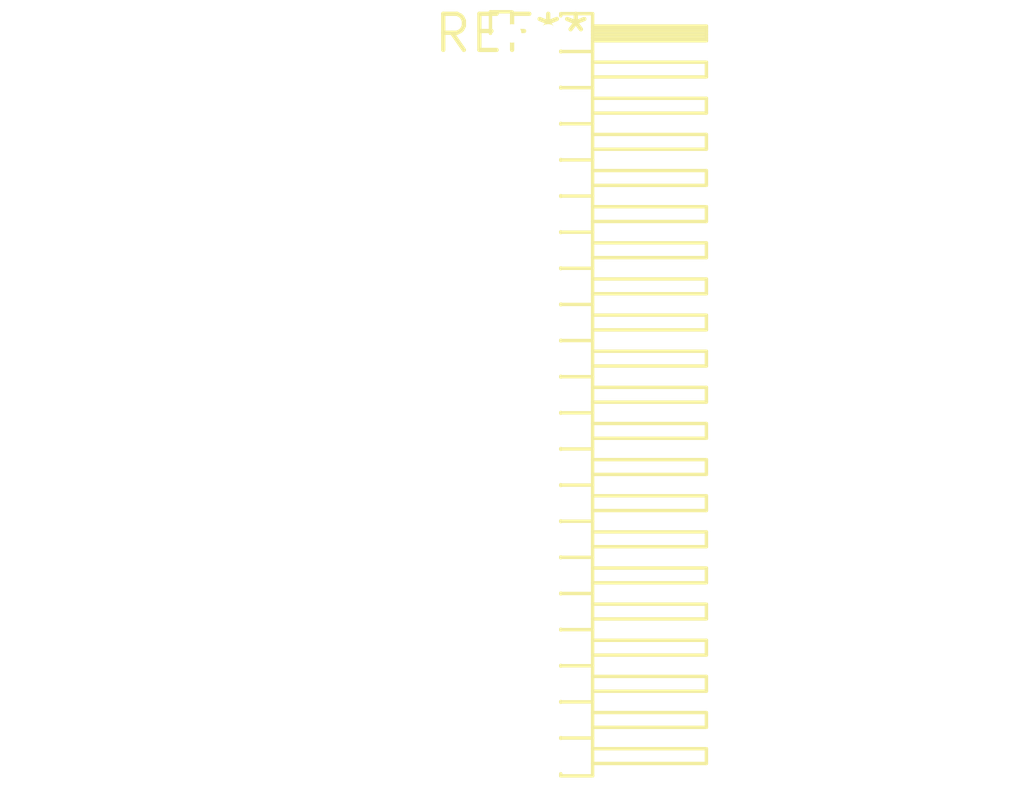
<source format=kicad_pcb>
(kicad_pcb (version 20240108) (generator pcbnew)
  (layers (0 "F.Cu" signal) (31 "B.Cu" signal) (34 "B.Paste" user) (35 "F.Paste" user) (36 "B.SilkS" user "B.Silkscreen") (37 "F.SilkS" user "F.Silkscreen") (38 "B.Mask" user) (39 "F.Mask" user) (44 "Edge.Cuts" user))
  (net 0 "")
  (footprint "PinHeader_2x21_P1.27mm_Horizontal" (layer "F.Cu") (at 0 0)
    (property "Reference" "REF**")
    (property "Value" "PinHeader_2x21_P1.27mm_Horizontal")
    (fp_line (start -0.76 -0.76) (end 0 -0.76) (layer "F.SilkS") (stroke (width 0.12)))
    (fp_line (start -0.76 0) (end -0.76 -0.76) (layer "F.SilkS") (stroke (width 0.12)))
    (fp_line (start 1.71 -0.695) (end 2.83 -0.695) (layer "F.SilkS") (stroke (width 0.12)))
    (fp_line (start 1.71 -0.619677) (end 1.71 -0.695) (layer "F.SilkS") (stroke (width 0.12)))
    (fp_line (start 1.71 0.619677) (end 1.71 0.650323) (layer "F.SilkS") (stroke (width 0.12)))
    (fp_line (start 1.71 0.635) (end 2.83 0.635) (layer "F.SilkS") (stroke (width 0.12)))
    (fp_line (start 1.71 1.889677) (end 1.71 1.920323) (layer "F.SilkS") (stroke (width 0.12)))
    (fp_line (start 1.71 1.905) (end 2.83 1.905) (layer "F.SilkS") (stroke (width 0.12)))
    (fp_line (start 1.71 3.159677) (end 1.71 3.190323) (layer "F.SilkS") (stroke (width 0.12)))
    (fp_line (start 1.71 3.175) (end 2.83 3.175) (layer "F.SilkS") (stroke (width 0.12)))
    (fp_line (start 1.71 4.429677) (end 1.71 4.460323) (layer "F.SilkS") (stroke (width 0.12)))
    (fp_line (start 1.71 4.445) (end 2.83 4.445) (layer "F.SilkS") (stroke (width 0.12)))
    (fp_line (start 1.71 5.699677) (end 1.71 5.730323) (layer "F.SilkS") (stroke (width 0.12)))
    (fp_line (start 1.71 5.715) (end 2.83 5.715) (layer "F.SilkS") (stroke (width 0.12)))
    (fp_line (start 1.71 6.969677) (end 1.71 7.000323) (layer "F.SilkS") (stroke (width 0.12)))
    (fp_line (start 1.71 6.985) (end 2.83 6.985) (layer "F.SilkS") (stroke (width 0.12)))
    (fp_line (start 1.71 8.239677) (end 1.71 8.270323) (layer "F.SilkS") (stroke (width 0.12)))
    (fp_line (start 1.71 8.255) (end 2.83 8.255) (layer "F.SilkS") (stroke (width 0.12)))
    (fp_line (start 1.71 9.509677) (end 1.71 9.540323) (layer "F.SilkS") (stroke (width 0.12)))
    (fp_line (start 1.71 9.525) (end 2.83 9.525) (layer "F.SilkS") (stroke (width 0.12)))
    (fp_line (start 1.71 10.779677) (end 1.71 10.810323) (layer "F.SilkS") (stroke (width 0.12)))
    (fp_line (start 1.71 10.795) (end 2.83 10.795) (layer "F.SilkS") (stroke (width 0.12)))
    (fp_line (start 1.71 12.049677) (end 1.71 12.080323) (layer "F.SilkS") (stroke (width 0.12)))
    (fp_line (start 1.71 12.065) (end 2.83 12.065) (layer "F.SilkS") (stroke (width 0.12)))
    (fp_line (start 1.71 13.319677) (end 1.71 13.350323) (layer "F.SilkS") (stroke (width 0.12)))
    (fp_line (start 1.71 13.335) (end 2.83 13.335) (layer "F.SilkS") (stroke (width 0.12)))
    (fp_line (start 1.71 14.589677) (end 1.71 14.620323) (layer "F.SilkS") (stroke (width 0.12)))
    (fp_line (start 1.71 14.605) (end 2.83 14.605) (layer "F.SilkS") (stroke (width 0.12)))
    (fp_line (start 1.71 15.859677) (end 1.71 15.890323) (layer "F.SilkS") (stroke (width 0.12)))
    (fp_line (start 1.71 15.875) (end 2.83 15.875) (layer "F.SilkS") (stroke (width 0.12)))
    (fp_line (start 1.71 17.129677) (end 1.71 17.160323) (layer "F.SilkS") (stroke (width 0.12)))
    (fp_line (start 1.71 17.145) (end 2.83 17.145) (layer "F.SilkS") (stroke (width 0.12)))
    (fp_line (start 1.71 18.399677) (end 1.71 18.430323) (layer "F.SilkS") (stroke (width 0.12)))
    (fp_line (start 1.71 18.415) (end 2.83 18.415) (layer "F.SilkS") (stroke (width 0.12)))
    (fp_line (start 1.71 19.669677) (end 1.71 19.700323) (layer "F.SilkS") (stroke (width 0.12)))
    (fp_line (start 1.71 19.685) (end 2.83 19.685) (layer "F.SilkS") (stroke (width 0.12)))
    (fp_line (start 1.71 20.939677) (end 1.71 20.970323) (layer "F.SilkS") (stroke (width 0.12)))
    (fp_line (start 1.71 20.955) (end 2.83 20.955) (layer "F.SilkS") (stroke (width 0.12)))
    (fp_line (start 1.71 22.209677) (end 1.71 22.240323) (layer "F.SilkS") (stroke (width 0.12)))
    (fp_line (start 1.71 22.225) (end 2.83 22.225) (layer "F.SilkS") (stroke (width 0.12)))
    (fp_line (start 1.71 23.479677) (end 1.71 23.510323) (layer "F.SilkS") (stroke (width 0.12)))
    (fp_line (start 1.71 23.495) (end 2.83 23.495) (layer "F.SilkS") (stroke (width 0.12)))
    (fp_line (start 1.71 24.749677) (end 1.71 24.780323) (layer "F.SilkS") (stroke (width 0.12)))
    (fp_line (start 1.71 24.765) (end 2.83 24.765) (layer "F.SilkS") (stroke (width 0.12)))
    (fp_line (start 1.71 26.095) (end 1.71 26.019677) (layer "F.SilkS") (stroke (width 0.12)))
    (fp_line (start 2.83 -0.695) (end 2.83 26.095) (layer "F.SilkS") (stroke (width 0.12)))
    (fp_line (start 2.83 -0.26) (end 6.83 -0.26) (layer "F.SilkS") (stroke (width 0.12)))
    (fp_line (start 2.83 -0.2) (end 6.83 -0.2) (layer "F.SilkS") (stroke (width 0.12)))
    (fp_line (start 2.83 -0.08) (end 6.83 -0.08) (layer "F.SilkS") (stroke (width 0.12)))
    (fp_line (start 2.83 0.04) (end 6.83 0.04) (layer "F.SilkS") (stroke (width 0.12)))
    (fp_line (start 2.83 0.16) (end 6.83 0.16) (layer "F.SilkS") (stroke (width 0.12)))
    (fp_line (start 2.83 1.01) (end 6.83 1.01) (layer "F.SilkS") (stroke (width 0.12)))
    (fp_line (start 2.83 2.28) (end 6.83 2.28) (layer "F.SilkS") (stroke (width 0.12)))
    (fp_line (start 2.83 3.55) (end 6.83 3.55) (layer "F.SilkS") (stroke (width 0.12)))
    (fp_line (start 2.83 4.82) (end 6.83 4.82) (layer "F.SilkS") (stroke (width 0.12)))
    (fp_line (start 2.83 6.09) (end 6.83 6.09) (layer "F.SilkS") (stroke (width 0.12)))
    (fp_line (start 2.83 7.36) (end 6.83 7.36) (layer "F.SilkS") (stroke (width 0.12)))
    (fp_line (start 2.83 8.63) (end 6.83 8.63) (layer "F.SilkS") (stroke (width 0.12)))
    (fp_line (start 2.83 9.9) (end 6.83 9.9) (layer "F.SilkS") (stroke (width 0.12)))
    (fp_line (start 2.83 11.17) (end 6.83 11.17) (layer "F.SilkS") (stroke (width 0.12)))
    (fp_line (start 2.83 12.44) (end 6.83 12.44) (layer "F.SilkS") (stroke (width 0.12)))
    (fp_line (start 2.83 13.71) (end 6.83 13.71) (layer "F.SilkS") (stroke (width 0.12)))
    (fp_line (start 2.83 14.98) (end 6.83 14.98) (layer "F.SilkS") (stroke (width 0.12)))
    (fp_line (start 2.83 16.25) (end 6.83 16.25) (layer "F.SilkS") (stroke (width 0.12)))
    (fp_line (start 2.83 17.52) (end 6.83 17.52) (layer "F.SilkS") (stroke (width 0.12)))
    (fp_line (start 2.83 18.79) (end 6.83 18.79) (layer "F.SilkS") (stroke (width 0.12)))
    (fp_line (start 2.83 20.06) (end 6.83 20.06) (layer "F.SilkS") (stroke (width 0.12)))
    (fp_line (start 2.83 21.33) (end 6.83 21.33) (layer "F.SilkS") (stroke (width 0.12)))
    (fp_line (start 2.83 22.6) (end 6.83 22.6) (layer "F.SilkS") (stroke (width 0.12)))
    (fp_line (start 2.83 23.87) (end 6.83 23.87) (layer "F.SilkS") (stroke (width 0.12)))
    (fp_line (start 2.83 25.14) (end 6.83 25.14) (layer "F.SilkS") (stroke (width 0.12)))
    (fp_line (start 2.83 26.095) (end 1.71 26.095) (layer "F.SilkS") (stroke (width 0.12)))
    (fp_line (start 6.83 -0.26) (end 6.83 0.26) (layer "F.SilkS") (stroke (width 0.12)))
    (fp_line (start 6.83 0.26) (end 2.83 0.26) (layer "F.SilkS") (stroke (width 0.12)))
    (fp_line (start 6.83 1.01) (end 6.83 1.53) (layer "F.SilkS") (stroke (width 0.12)))
    (fp_line (start 6.83 1.53) (end 2.83 1.53) (layer "F.SilkS") (stroke (width 0.12)))
    (fp_line (start 6.83 2.28) (end 6.83 2.8) (layer "F.SilkS") (stroke (width 0.12)))
    (fp_line (start 6.83 2.8) (end 2.83 2.8) (layer "F.SilkS") (stroke (width 0.12)))
    (fp_line (start 6.83 3.55) (end 6.83 4.07) (layer "F.SilkS") (stroke (width 0.12)))
    (fp_line (start 6.83 4.07) (end 2.83 4.07) (layer "F.SilkS") (stroke (width 0.12)))
    (fp_line (start 6.83 4.82) (end 6.83 5.34) (layer "F.SilkS") (stroke (width 0.12)))
    (fp_line (start 6.83 5.34) (end 2.83 5.34) (layer "F.SilkS") (stroke (width 0.12)))
    (fp_line (start 6.83 6.09) (end 6.83 6.61) (layer "F.SilkS") (stroke (width 0.12)))
    (fp_line (start 6.83 6.61) (end 2.83 6.61) (layer "F.SilkS") (stroke (width 0.12)))
    (fp_line (start 6.83 7.36) (end 6.83 7.88) (layer "F.SilkS") (stroke (width 0.12)))
    (fp_line (start 6.83 7.88) (end 2.83 7.88) (layer "F.SilkS") (stroke (width 0.12)))
    (fp_line (start 6.83 8.63) (end 6.83 9.15) (layer "F.SilkS") (stroke (width 0.12)))
    (fp_line (start 6.83 9.15) (end 2.83 9.15) (layer "F.SilkS") (stroke (width 0.12)))
    (fp_line (start 6.83 9.9) (end 6.83 10.42) (layer "F.SilkS") (stroke (width 0.12)))
    (fp_line (start 6.83 10.42) (end 2.83 10.42) (layer "F.SilkS") (stroke (width 0.12)))
    (fp_line (start 6.83 11.17) (end 6.83 11.69) (layer "F.SilkS") (stroke (width 0.12)))
    (fp_line (start 6.83 11.69) (end 2.83 11.69) (layer "F.SilkS") (stroke (width 0.12)))
    (fp_line (start 6.83 12.44) (end 6.83 12.96) (layer "F.SilkS") (stroke (width 0.12)))
    (fp_line (start 6.83 12.96) (end 2.83 12.96) (layer "F.SilkS") (stroke (width 0.12)))
    (fp_line (start 6.83 13.71) (end 6.83 14.23) (layer "F.SilkS") (stroke (width 0.12)))
    (fp_line (start 6.83 14.23) (end 2.83 14.23) (layer "F.SilkS") (stroke (width 0.12)))
    (fp_line (start 6.83 14.98) (end 6.83 15.5) (layer "F.SilkS") (stroke (width 0.12)))
    (fp_line (start 6.83 15.5) (end 2.83 15.5) (layer "F.SilkS") (stroke (width 0.12)))
    (fp_line (start 6.83 16.25) (end 6.83 16.77) (layer "F.SilkS") (stroke (width 0.12)))
    (fp_line (start 6.83 16.77) (end 2.83 16.77) (layer "F.SilkS") (stroke (width 0.12)))
    (fp_line (start 6.83 17.52) (end 6.83 18.04) (layer "F.SilkS") (stroke (width 0.12)))
    (fp_line (start 6.83 18.04) (end 2.83 18.04) (layer "F.SilkS") (stroke (width 0.12)))
    (fp_line (start 6.83 18.79) (end 6.83 19.31) (layer "F.SilkS") (stroke (width 0.12)))
    (fp_line (start 6.83 19.31) (end 2.83 19.31) (layer "F.SilkS") (stroke (width 0.12)))
    (fp_line (start 6.83 20.06) (end 6.83 20.58) (layer "F.SilkS") (stroke (width 0.12)))
    (fp_line (start 6.83 20.58) (end 2.83 20.58) (layer "F.SilkS") (stroke (width 0.12)))
    (fp_line (start 6.83 21.33) (end 6.83 21.85) (layer "F.SilkS") (stroke (width 0.12)))
    (fp_line (start 6.83 21.85) (end 2.83 21.85) (layer "F.SilkS") (stroke (width 0.12)))
    (fp_line (start 6.83 22.6) (end 6.83 23.12) (layer "F.SilkS") (stroke (width 0.12)))
    (fp_line (start 6.83 23.12) (end 2.83 23.12) (layer "F.SilkS") (stroke (width 0.12)))
    (fp_line (start 6.83 23.87) (end 6.83 24.39) (layer "F.SilkS") (stroke (width 0.12)))
    (fp_line (start 6.83 24.39) (end 2.83 24.39) (layer "F.SilkS") (stroke (width 0.12)))
    (fp_line (start 6.83 25.14) (end 6.83 25.66) (layer "F.SilkS") (stroke (width 0.12)))
    (fp_line (start 6.83 25.66) (end 2.83 25.66) (layer "F.SilkS") (stroke (width 0.12)))
    (pad "1" thru_hole rect (at 0 0) (size 1 1) (drill 0.65) (layers *.Cu *.Mask) (remove_unused_layers))
    (pad "2" thru_hole oval (at 1.27 0) (size 1 1) (drill 0.65) (layers *.Cu *.Mask) (remove_unused_layers))
    (pad "3" thru_hole oval (at 0 1.27) (size 1 1) (drill 0.65) (layers *.Cu *.Mask) (remove_unused_layers))
    (pad "4" thru_hole oval (at 1.27 1.27) (size 1 1) (drill 0.65) (layers *.Cu *.Mask) (remove_unused_layers))
    (pad "5" thru_hole oval (at 0 2.54) (size 1 1) (drill 0.65) (layers *.Cu *.Mask) (remove_unused_layers))
    (pad "6" thru_hole oval (at 1.27 2.54) (size 1 1) (drill 0.65) (layers *.Cu *.Mask) (remove_unused_layers))
    (pad "7" thru_hole oval (at 0 3.81) (size 1 1) (drill 0.65) (layers *.Cu *.Mask) (remove_unused_layers))
    (pad "8" thru_hole oval (at 1.27 3.81) (size 1 1) (drill 0.65) (layers *.Cu *.Mask) (remove_unused_layers))
    (pad "9" thru_hole oval (at 0 5.08) (size 1 1) (drill 0.65) (layers *.Cu *.Mask) (remove_unused_layers))
    (pad "10" thru_hole oval (at 1.27 5.08) (size 1 1) (drill 0.65) (layers *.Cu *.Mask) (remove_unused_layers))
    (pad "11" thru_hole oval (at 0 6.35) (size 1 1) (drill 0.65) (layers *.Cu *.Mask) (remove_unused_layers))
    (pad "12" thru_hole oval (at 1.27 6.35) (size 1 1) (drill 0.65) (layers *.Cu *.Mask) (remove_unused_layers))
    (pad "13" thru_hole oval (at 0 7.62) (size 1 1) (drill 0.65) (layers *.Cu *.Mask) (remove_unused_layers))
    (pad "14" thru_hole oval (at 1.27 7.62) (size 1 1) (drill 0.65) (layers *.Cu *.Mask) (remove_unused_layers))
    (pad "15" thru_hole oval (at 0 8.89) (size 1 1) (drill 0.65) (layers *.Cu *.Mask) (remove_unused_layers))
    (pad "16" thru_hole oval (at 1.27 8.89) (size 1 1) (drill 0.65) (layers *.Cu *.Mask) (remove_unused_layers))
    (pad "17" thru_hole oval (at 0 10.16) (size 1 1) (drill 0.65) (layers *.Cu *.Mask) (remove_unused_layers))
    (pad "18" thru_hole oval (at 1.27 10.16) (size 1 1) (drill 0.65) (layers *.Cu *.Mask) (remove_unused_layers))
    (pad "19" thru_hole oval (at 0 11.43) (size 1 1) (drill 0.65) (layers *.Cu *.Mask) (remove_unused_layers))
    (pad "20" thru_hole oval (at 1.27 11.43) (size 1 1) (drill 0.65) (layers *.Cu *.Mask) (remove_unused_layers))
    (pad "21" thru_hole oval (at 0 12.7) (size 1 1) (drill 0.65) (layers *.Cu *.Mask) (remove_unused_layers))
    (pad "22" thru_hole oval (at 1.27 12.7) (size 1 1) (drill 0.65) (layers *.Cu *.Mask) (remove_unused_layers))
    (pad "23" thru_hole oval (at 0 13.97) (size 1 1) (drill 0.65) (layers *.Cu *.Mask) (remove_unused_layers))
    (pad "24" thru_hole oval (at 1.27 13.97) (size 1 1) (drill 0.65) (layers *.Cu *.Mask) (remove_unused_layers))
    (pad "25" thru_hole oval (at 0 15.24) (size 1 1) (drill 0.65) (layers *.Cu *.Mask) (remove_unused_layers))
    (pad "26" thru_hole oval (at 1.27 15.24) (size 1 1) (drill 0.65) (layers *.Cu *.Mask) (remove_unused_layers))
    (pad "27" thru_hole oval (at 0 16.51) (size 1 1) (drill 0.65) (layers *.Cu *.Mask) (remove_unused_layers))
    (pad "28" thru_hole oval (at 1.27 16.51) (size 1 1) (drill 0.65) (layers *.Cu *.Mask) (remove_unused_layers))
    (pad "29" thru_hole oval (at 0 17.78) (size 1 1) (drill 0.65) (layers *.Cu *.Mask) (remove_unused_layers))
    (pad "30" thru_hole oval (at 1.27 17.78) (size 1 1) (drill 0.65) (layers *.Cu *.Mask) (remove_unused_layers))
    (pad "31" thru_hole oval (at 0 19.05) (size 1 1) (drill 0.65) (layers *.Cu *.Mask) (remove_unused_layers))
    (pad "32" thru_hole oval (at 1.27 19.05) (size 1 1) (drill 0.65) (layers *.Cu *.Mask) (remove_unused_layers))
    (pad "33" thru_hole oval (at 0 20.32) (size 1 1) (drill 0.65) (layers *.Cu *.Mask) (remove_unused_layers))
    (pad "34" thru_hole oval (at 1.27 20.32) (size 1 1) (drill 0.65) (layers *.Cu *.Mask) (remove_unused_layers))
    (pad "35" thru_hole oval (at 0 21.59) (size 1 1) (drill 0.65) (layers *.Cu *.Mask) (remove_unused_layers))
    (pad "36" thru_hole oval (at 1.27 21.59) (size 1 1) (drill 0.65) (layers *.Cu *.Mask) (remove_unused_layers))
    (pad "37" thru_hole oval (at 0 22.86) (size 1 1) (drill 0.65) (layers *.Cu *.Mask) (remove_unused_layers))
    (pad "38" thru_hole oval (at 1.27 22.86) (size 1 1) (drill 0.65) (layers *.Cu *.Mask) (remove_unused_layers))
    (pad "39" thru_hole oval (at 0 24.13) (size 1 1) (drill 0.65) (layers *.Cu *.Mask) (remove_unused_layers))
    (pad "40" thru_hole oval (at 1.27 24.13) (size 1 1) (drill 0.65) (layers *.Cu *.Mask) (remove_unused_layers))
    (pad "41" thru_hole oval (at 0 25.4) (size 1 1) (drill 0.65) (layers *.Cu *.Mask) (remove_unused_layers))
    (pad "42" thru_hole oval (at 1.27 25.4) (size 1 1) (drill 0.65) (layers *.Cu *.Mask) (remove_unused_layers))
  )
)
</source>
